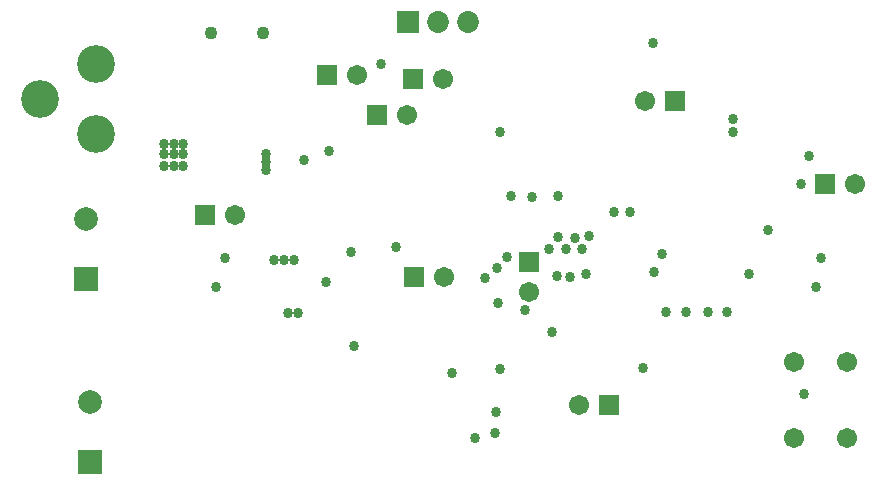
<source format=gbs>
G04 Layer_Color=16711935*
%FSLAX25Y25*%
%MOIN*%
G70*
G01*
G75*
%ADD113C,0.12611*%
%ADD114R,0.07887X0.07887*%
%ADD115C,0.07887*%
%ADD116R,0.07296X0.07296*%
%ADD117C,0.07296*%
%ADD118R,0.06706X0.06706*%
%ADD119C,0.06706*%
%ADD120R,0.06706X0.06706*%
%ADD121C,0.04343*%
%ADD122C,0.03400*%
D113*
X26700Y131578D02*
D03*
Y155200D02*
D03*
X8196Y143389D02*
D03*
D114*
X23500Y83500D02*
D03*
X25000Y22500D02*
D03*
D115*
X23500Y103500D02*
D03*
X25000Y42500D02*
D03*
D116*
X131000Y169000D02*
D03*
D117*
X141000D02*
D03*
X151000D02*
D03*
D118*
X198000Y41500D02*
D03*
X219700Y142700D02*
D03*
X132500Y150000D02*
D03*
X269700Y114900D02*
D03*
X63200Y104600D02*
D03*
X104000Y151500D02*
D03*
X120500Y138000D02*
D03*
X133000Y84000D02*
D03*
D119*
X188000Y41500D02*
D03*
X171100Y79200D02*
D03*
X209700Y142700D02*
D03*
X142500Y150000D02*
D03*
X279700Y114900D02*
D03*
X73200Y104600D02*
D03*
X114000Y151500D02*
D03*
X130500Y138000D02*
D03*
X143000Y84000D02*
D03*
X277358Y30205D02*
D03*
X259642D02*
D03*
X277358Y55795D02*
D03*
X259642D02*
D03*
D120*
X171100Y89200D02*
D03*
D121*
X82621Y165307D02*
D03*
X65298D02*
D03*
D122*
X93000Y89700D02*
D03*
X89400Y89600D02*
D03*
X86200D02*
D03*
X103400Y82300D02*
D03*
X244500Y85000D02*
D03*
X160200Y39100D02*
D03*
X165100Y111000D02*
D03*
X250800Y99600D02*
D03*
X199500Y105800D02*
D03*
X191200Y97800D02*
D03*
X160500Y87100D02*
D03*
X160700Y75300D02*
D03*
X163900Y90800D02*
D03*
X96100Y123200D02*
D03*
X83600Y122400D02*
D03*
Y119600D02*
D03*
Y125100D02*
D03*
X55900Y128500D02*
D03*
X49400Y124900D02*
D03*
Y128400D02*
D03*
X52700D02*
D03*
X52800Y124900D02*
D03*
Y121100D02*
D03*
X49400D02*
D03*
X55900D02*
D03*
Y124900D02*
D03*
X94300Y72100D02*
D03*
X90900D02*
D03*
X262929Y45071D02*
D03*
X161500Y132500D02*
D03*
X122000Y155000D02*
D03*
X127000Y94000D02*
D03*
X66800Y80800D02*
D03*
X213000Y85800D02*
D03*
X178700Y65700D02*
D03*
X180900Y97300D02*
D03*
X180600Y84500D02*
D03*
X186500Y96900D02*
D03*
X177700Y93400D02*
D03*
X70000Y90500D02*
D03*
X190300Y85000D02*
D03*
X209350Y53750D02*
D03*
X153200Y30400D02*
D03*
X266888Y80788D02*
D03*
X268360Y90340D02*
D03*
X261747Y115047D02*
D03*
X180700Y111000D02*
D03*
X172200Y110600D02*
D03*
X169800Y72900D02*
D03*
X264404Y124300D02*
D03*
X215500Y91800D02*
D03*
X184800Y83900D02*
D03*
X159900Y32000D02*
D03*
X161500Y53300D02*
D03*
X113000Y61000D02*
D03*
X156500Y83800D02*
D03*
X111700Y92300D02*
D03*
X205000Y105600D02*
D03*
X188800Y93300D02*
D03*
X239200Y136600D02*
D03*
X239100Y132300D02*
D03*
X183600Y93400D02*
D03*
X212500Y162000D02*
D03*
X217000Y72500D02*
D03*
X223600D02*
D03*
X231000D02*
D03*
X237300D02*
D03*
X104500Y126200D02*
D03*
X145400Y52100D02*
D03*
M02*

</source>
